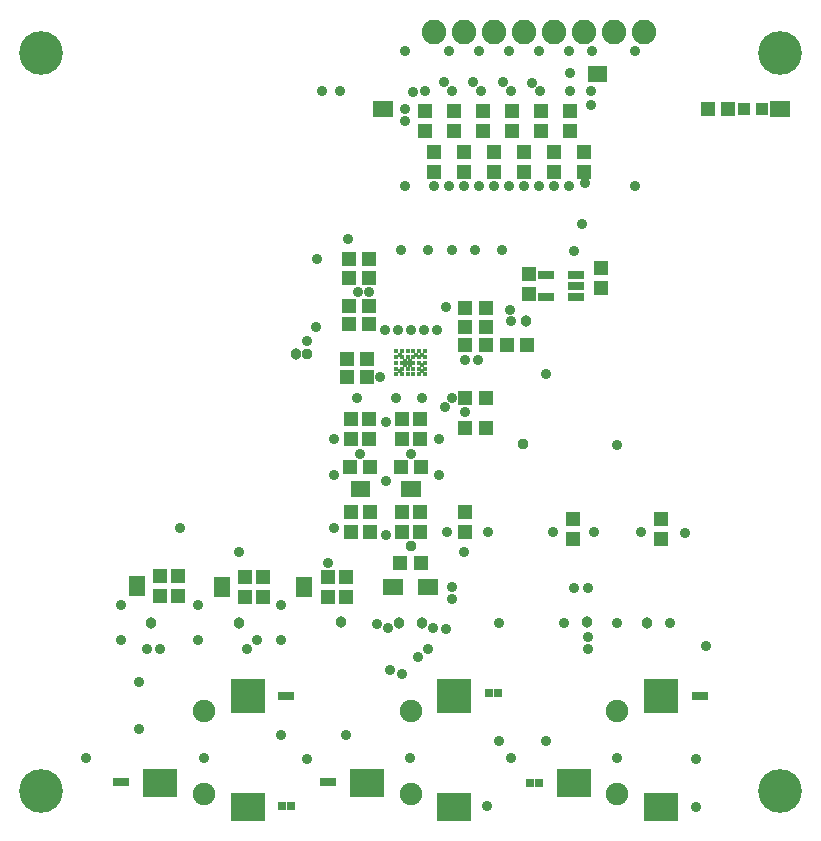
<source format=gbr>
G04 EAGLE Gerber RS-274X export*
G75*
%MOMM*%
%FSLAX34Y34*%
%LPD*%
%INSoldermask Top*%
%IPPOS*%
%AMOC8*
5,1,8,0,0,1.08239X$1,22.5*%
G01*
%ADD10C,3.703200*%
%ADD11C,1.903200*%
%ADD12R,3.003200X2.403200*%
%ADD13R,3.003200X3.003200*%
%ADD14R,1.303200X1.203200*%
%ADD15R,1.003200X1.003200*%
%ADD16R,0.838200X1.473200*%
%ADD17C,0.453138*%
%ADD18R,1.203200X1.303200*%
%ADD19R,1.403200X0.753200*%
%ADD20C,2.082800*%
%ADD21R,0.673200X0.803200*%
%ADD22C,0.965200*%
%ADD23R,1.473200X0.838200*%
%ADD24C,0.903200*%
%ADD25C,0.453200*%
%ADD26C,0.953200*%


D10*
X37500Y662500D03*
X662500Y662500D03*
X37500Y37500D03*
X662500Y37500D03*
D11*
X350000Y35000D03*
D12*
X313000Y44000D03*
X387000Y24000D03*
D13*
X387000Y118000D03*
D11*
X350000Y105000D03*
X525000Y35000D03*
D12*
X488000Y44000D03*
X562000Y24000D03*
D13*
X562000Y118000D03*
D11*
X525000Y105000D03*
X175000Y35000D03*
D12*
X138000Y44000D03*
X212000Y24000D03*
D13*
X212000Y118000D03*
D11*
X175000Y105000D03*
D14*
X618500Y615000D03*
X601500Y615000D03*
D15*
X647500Y615000D03*
X632500Y615000D03*
D16*
X667064Y615000D03*
X658936Y615000D03*
D17*
X362500Y390000D03*
X357500Y390000D03*
X352500Y390000D03*
X347500Y390000D03*
X342500Y390000D03*
X337500Y390000D03*
X362500Y395000D03*
X357500Y395000D03*
X352500Y395000D03*
X347500Y395000D03*
X342500Y395000D03*
X337500Y395000D03*
X362500Y400000D03*
X357500Y400000D03*
X352500Y400000D03*
X347500Y400000D03*
X342500Y400000D03*
X337500Y400000D03*
X362500Y405000D03*
X357500Y405000D03*
X352500Y405000D03*
X347500Y405000D03*
X342500Y405000D03*
X337500Y405000D03*
X362500Y410000D03*
X357500Y410000D03*
X352500Y410000D03*
X347500Y410000D03*
X342500Y410000D03*
X337500Y410000D03*
D18*
X562000Y268000D03*
X562000Y251000D03*
X487500Y268000D03*
X487500Y251000D03*
X358000Y352000D03*
X358000Y335000D03*
X343000Y335000D03*
X343000Y352000D03*
D14*
X359000Y312000D03*
X342000Y312000D03*
D18*
X315000Y352000D03*
X315000Y335000D03*
X300000Y335000D03*
X300000Y352000D03*
D14*
X316000Y312000D03*
X299000Y312000D03*
D18*
X210000Y218500D03*
X210000Y201500D03*
X138000Y219500D03*
X138000Y202500D03*
X280000Y218500D03*
X280000Y201500D03*
D14*
X313500Y387500D03*
X296500Y387500D03*
X431500Y415000D03*
X448500Y415000D03*
X413500Y370000D03*
X396500Y370000D03*
D18*
X450000Y475500D03*
X450000Y458500D03*
X511000Y480500D03*
X511000Y463500D03*
D19*
X490501Y455500D03*
X490501Y465000D03*
X490501Y474500D03*
X464499Y474500D03*
X464499Y455500D03*
D14*
X396500Y430500D03*
X413500Y430500D03*
X396500Y446000D03*
X413500Y446000D03*
X314500Y472000D03*
X297500Y472000D03*
X314500Y487500D03*
X297500Y487500D03*
X314500Y432500D03*
X297500Y432500D03*
X296500Y403000D03*
X313500Y403000D03*
X413500Y415000D03*
X396500Y415000D03*
D18*
X497000Y578500D03*
X497000Y561500D03*
X471600Y578500D03*
X471600Y561500D03*
X446200Y578500D03*
X446200Y561500D03*
X420800Y578500D03*
X420800Y561500D03*
X395400Y578500D03*
X395400Y561500D03*
X370000Y578500D03*
X370000Y561500D03*
D14*
X396500Y345000D03*
X413500Y345000D03*
D20*
X370000Y680000D03*
X395400Y680000D03*
X420800Y680000D03*
X446200Y680000D03*
X471600Y680000D03*
X497000Y680000D03*
X522400Y680000D03*
X547800Y680000D03*
D21*
X591350Y117500D03*
X598650Y117500D03*
X458650Y44000D03*
X451350Y44000D03*
X283650Y45000D03*
X276350Y45000D03*
X416350Y120000D03*
X423650Y120000D03*
X248650Y25000D03*
X241350Y25000D03*
X101350Y45000D03*
X108650Y45000D03*
X248150Y118000D03*
X240850Y118000D03*
D22*
X550500Y180000D03*
X499000Y180500D03*
X360000Y180000D03*
X340000Y180000D03*
X291500Y180500D03*
X130000Y180000D03*
X205000Y180000D03*
X253000Y407500D03*
D16*
X303436Y293000D03*
X311564Y293000D03*
X346436Y293000D03*
X354564Y293000D03*
D18*
X411500Y613250D03*
X411500Y596250D03*
X436000Y613250D03*
X436000Y596250D03*
X387000Y613250D03*
X387000Y596250D03*
D16*
X322872Y615000D03*
X331000Y615000D03*
D18*
X485000Y613250D03*
X485000Y596250D03*
X362500Y613250D03*
X362500Y596250D03*
X460500Y613250D03*
X460500Y596250D03*
D16*
X512500Y644500D03*
X504372Y644500D03*
D14*
X314500Y448000D03*
X297500Y448000D03*
D22*
X447500Y435000D03*
D14*
X341500Y230000D03*
X358500Y230000D03*
D16*
X360936Y210000D03*
X369064Y210000D03*
X330936Y210000D03*
X339064Y210000D03*
D18*
X225000Y218500D03*
X225000Y201500D03*
X153000Y219500D03*
X153000Y202500D03*
D23*
X190000Y205936D03*
X190000Y214064D03*
X118000Y206936D03*
X118000Y215064D03*
D18*
X295000Y218500D03*
X295000Y201500D03*
D23*
X260000Y205936D03*
X260000Y214064D03*
D18*
X358000Y273500D03*
X358000Y256500D03*
X342500Y273500D03*
X342500Y256500D03*
X315500Y273500D03*
X315500Y256500D03*
X299500Y273500D03*
X299500Y256500D03*
X396500Y273500D03*
X396500Y256500D03*
D24*
X592000Y24000D03*
X175000Y65000D03*
X349500Y65000D03*
X525000Y65000D03*
X262500Y64500D03*
X425000Y180000D03*
X75000Y65000D03*
X525000Y180000D03*
X350500Y322500D03*
X307500Y322500D03*
D25*
X345700Y401800D03*
X349300Y401800D03*
X349300Y398200D03*
X345700Y398200D03*
D24*
X337500Y370000D03*
X270000Y430000D03*
X270500Y487500D03*
X435000Y65000D03*
X285000Y335000D03*
X374000Y335000D03*
X525000Y330000D03*
X505000Y256500D03*
X155000Y260000D03*
X285000Y260000D03*
X105000Y165000D03*
X540000Y664000D03*
X290000Y630000D03*
X345000Y550000D03*
X540000Y550000D03*
X434500Y445000D03*
X380500Y256500D03*
X415500Y256500D03*
X240000Y195000D03*
X600000Y160000D03*
X591500Y64500D03*
X415000Y25000D03*
X504000Y664000D03*
X484500Y664000D03*
X458500Y664000D03*
X433500Y664000D03*
X408000Y664000D03*
D26*
X350000Y244500D03*
D24*
X383000Y664000D03*
X345000Y664000D03*
X297000Y505000D03*
X488500Y494500D03*
X495000Y517500D03*
X305500Y460000D03*
X427500Y495000D03*
X380000Y447500D03*
X275000Y630000D03*
X382500Y550000D03*
X408000Y550000D03*
X459000Y550000D03*
X484000Y550000D03*
X342000Y495000D03*
X360000Y370000D03*
X305000Y370000D03*
X329000Y349500D03*
X329000Y299500D03*
X374000Y305000D03*
X285000Y305000D03*
X329000Y254500D03*
X205000Y240000D03*
X170000Y195000D03*
X105000Y195000D03*
X170000Y165000D03*
X240000Y165000D03*
X127000Y157500D03*
X220000Y165000D03*
X322000Y179000D03*
X342500Y136000D03*
X380000Y174500D03*
X356500Y151000D03*
X500000Y167500D03*
X120000Y130000D03*
X120000Y90000D03*
X240000Y85000D03*
X295000Y85000D03*
X425000Y80000D03*
X465000Y80000D03*
X465000Y390000D03*
X582000Y256000D03*
D26*
X445500Y331500D03*
D24*
X470500Y256500D03*
X545000Y256500D03*
X433000Y550000D03*
X352000Y629500D03*
X378000Y637500D03*
X345000Y604500D03*
X403000Y637500D03*
X428000Y637500D03*
X485000Y645000D03*
X503000Y618500D03*
X379000Y362500D03*
X262500Y418000D03*
X407000Y402500D03*
X365000Y495000D03*
X385000Y495000D03*
X405000Y495000D03*
X570000Y180000D03*
X480000Y180000D03*
X385000Y199500D03*
X500000Y209500D03*
X452500Y637000D03*
X500000Y157500D03*
X488000Y209500D03*
X331000Y175000D03*
X365000Y157500D03*
X211958Y157500D03*
X396500Y402500D03*
X396500Y358000D03*
D25*
X340700Y393200D03*
D24*
X324500Y387500D03*
D25*
X359300Y393200D03*
D24*
X385000Y370000D03*
X328000Y428000D03*
X370000Y550000D03*
X339000Y428000D03*
X395500Y550000D03*
X350000Y428000D03*
X421000Y550000D03*
X361000Y428000D03*
X446000Y550000D03*
X372000Y428000D03*
X471500Y550000D03*
X497500Y552500D03*
D25*
X359300Y406800D03*
X340700Y406800D03*
D26*
X262500Y407500D03*
D24*
X333000Y140000D03*
X369000Y175000D03*
X385000Y210000D03*
X345000Y615000D03*
X385000Y630000D03*
X410000Y630000D03*
X435000Y630000D03*
X362500Y630000D03*
X460000Y630000D03*
X485000Y630000D03*
X503000Y630000D03*
D25*
X359300Y398200D03*
D24*
X435000Y435000D03*
X138000Y157500D03*
D25*
X354300Y406800D03*
D24*
X314500Y460000D03*
X395000Y240000D03*
X280000Y230000D03*
M02*

</source>
